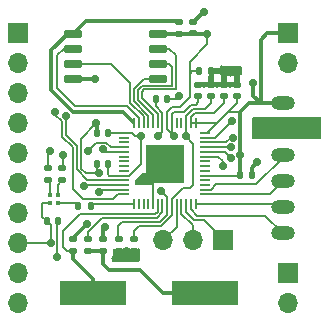
<source format=gbr>
%TF.GenerationSoftware,KiCad,Pcbnew,(6.0.10)*%
%TF.CreationDate,2023-03-03T22:40:34-05:00*%
%TF.ProjectId,module_board,6d6f6475-6c65-45f6-926f-6172642e6b69,rev?*%
%TF.SameCoordinates,Original*%
%TF.FileFunction,Copper,L1,Top*%
%TF.FilePolarity,Positive*%
%FSLAX46Y46*%
G04 Gerber Fmt 4.6, Leading zero omitted, Abs format (unit mm)*
G04 Created by KiCad (PCBNEW (6.0.10)) date 2023-03-03 22:40:34*
%MOMM*%
%LPD*%
G01*
G04 APERTURE LIST*
G04 Aperture macros list*
%AMRoundRect*
0 Rectangle with rounded corners*
0 $1 Rounding radius*
0 $2 $3 $4 $5 $6 $7 $8 $9 X,Y pos of 4 corners*
0 Add a 4 corners polygon primitive as box body*
4,1,4,$2,$3,$4,$5,$6,$7,$8,$9,$2,$3,0*
0 Add four circle primitives for the rounded corners*
1,1,$1+$1,$2,$3*
1,1,$1+$1,$4,$5*
1,1,$1+$1,$6,$7*
1,1,$1+$1,$8,$9*
0 Add four rect primitives between the rounded corners*
20,1,$1+$1,$2,$3,$4,$5,0*
20,1,$1+$1,$4,$5,$6,$7,0*
20,1,$1+$1,$6,$7,$8,$9,0*
20,1,$1+$1,$8,$9,$2,$3,0*%
G04 Aperture macros list end*
%TA.AperFunction,SMDPad,CuDef*%
%ADD10RoundRect,0.140000X-0.170000X0.140000X-0.170000X-0.140000X0.170000X-0.140000X0.170000X0.140000X0*%
%TD*%
%TA.AperFunction,SMDPad,CuDef*%
%ADD11RoundRect,0.140000X0.170000X-0.140000X0.170000X0.140000X-0.170000X0.140000X-0.170000X-0.140000X0*%
%TD*%
%TA.AperFunction,ComponentPad*%
%ADD12R,1.700000X1.700000*%
%TD*%
%TA.AperFunction,ComponentPad*%
%ADD13O,1.700000X1.700000*%
%TD*%
%TA.AperFunction,SMDPad,CuDef*%
%ADD14RoundRect,0.140000X-0.140000X-0.170000X0.140000X-0.170000X0.140000X0.170000X-0.140000X0.170000X0*%
%TD*%
%TA.AperFunction,SMDPad,CuDef*%
%ADD15RoundRect,0.135000X0.185000X-0.135000X0.185000X0.135000X-0.185000X0.135000X-0.185000X-0.135000X0*%
%TD*%
%TA.AperFunction,SMDPad,CuDef*%
%ADD16R,0.320000X0.320000*%
%TD*%
%TA.AperFunction,SMDPad,CuDef*%
%ADD17RoundRect,0.135000X-0.185000X0.135000X-0.185000X-0.135000X0.185000X-0.135000X0.185000X0.135000X0*%
%TD*%
%TA.AperFunction,SMDPad,CuDef*%
%ADD18RoundRect,0.140000X0.140000X0.170000X-0.140000X0.170000X-0.140000X-0.170000X0.140000X-0.170000X0*%
%TD*%
%TA.AperFunction,SMDPad,CuDef*%
%ADD19RoundRect,0.135000X0.135000X0.185000X-0.135000X0.185000X-0.135000X-0.185000X0.135000X-0.185000X0*%
%TD*%
%TA.AperFunction,SMDPad,CuDef*%
%ADD20R,5.600000X2.100000*%
%TD*%
%TA.AperFunction,SMDPad,CuDef*%
%ADD21RoundRect,0.050000X-0.387500X-0.050000X0.387500X-0.050000X0.387500X0.050000X-0.387500X0.050000X0*%
%TD*%
%TA.AperFunction,SMDPad,CuDef*%
%ADD22RoundRect,0.050000X-0.050000X-0.387500X0.050000X-0.387500X0.050000X0.387500X-0.050000X0.387500X0*%
%TD*%
%TA.AperFunction,SMDPad,CuDef*%
%ADD23R,3.200000X3.200000*%
%TD*%
%TA.AperFunction,ComponentPad*%
%ADD24O,2.000000X1.200000*%
%TD*%
%TA.AperFunction,SMDPad,CuDef*%
%ADD25RoundRect,0.150000X-0.650000X-0.150000X0.650000X-0.150000X0.650000X0.150000X-0.650000X0.150000X0*%
%TD*%
%TA.AperFunction,ViaPad*%
%ADD26C,0.700000*%
%TD*%
%TA.AperFunction,Conductor*%
%ADD27C,0.200000*%
%TD*%
%TA.AperFunction,Conductor*%
%ADD28C,0.300000*%
%TD*%
%TA.AperFunction,Conductor*%
%ADD29C,0.127000*%
%TD*%
G04 APERTURE END LIST*
D10*
%TO.P,C9,1*%
%TO.N,GND*%
X155800000Y-96020000D03*
%TO.P,C9,2*%
%TO.N,Net-(C9-Pad2)*%
X155800000Y-96980000D03*
%TD*%
D11*
%TO.P,C4,1*%
%TO.N,+3V3*%
X166000000Y-83880000D03*
%TO.P,C4,2*%
%TO.N,GND*%
X166000000Y-82920000D03*
%TD*%
%TO.P,C5,1*%
%TO.N,+3V3*%
X163800000Y-83880000D03*
%TO.P,C5,2*%
%TO.N,GND*%
X163800000Y-82920000D03*
%TD*%
D12*
%TO.P,J10,1,Pin_1*%
%TO.N,+3V3*%
X171420000Y-78570000D03*
D13*
%TO.P,J10,2,Pin_2*%
%TO.N,/GPIO29_ADC3*%
X171420000Y-81110000D03*
%TD*%
D10*
%TO.P,C8,1*%
%TO.N,GND*%
X153200000Y-96020000D03*
%TO.P,C8,2*%
%TO.N,/XTAL_IN*%
X153200000Y-96980000D03*
%TD*%
D14*
%TO.P,C6,1*%
%TO.N,+3V3*%
X163920000Y-81800000D03*
%TO.P,C6,2*%
%TO.N,GND*%
X164880000Y-81800000D03*
%TD*%
D15*
%TO.P,R3,1*%
%TO.N,Net-(C9-Pad2)*%
X154500000Y-97010000D03*
%TO.P,R3,2*%
%TO.N,/XTAL_OUT*%
X154500000Y-95990000D03*
%TD*%
D11*
%TO.P,C14,1*%
%TO.N,+3V3*%
X163400000Y-78580000D03*
%TO.P,C14,2*%
%TO.N,GND*%
X163400000Y-77620000D03*
%TD*%
D16*
%TO.P,D1,1,B*%
%TO.N,/LB*%
X151930000Y-92930000D03*
%TO.P,D1,2,G*%
%TO.N,/LG*%
X151930000Y-92270000D03*
%TO.P,D1,3,R*%
%TO.N,/LR*%
X151270000Y-92270000D03*
%TO.P,D1,4,A*%
%TO.N,+3V3*%
X151270000Y-92930000D03*
%TD*%
D12*
%TO.P,J2,1,Pin_1*%
%TO.N,/SPI1_RX*%
X148560000Y-78570000D03*
D13*
%TO.P,J2,2,Pin_2*%
%TO.N,/SPI1_TX*%
X148560000Y-81110000D03*
%TO.P,J2,3,Pin_3*%
%TO.N,GND*%
X148560000Y-83650000D03*
%TO.P,J2,4,Pin_4*%
%TO.N,/GPIO28_ADC2*%
X148560000Y-86190000D03*
%TO.P,J2,5,Pin_5*%
%TO.N,/GPIO27_ADC1*%
X148560000Y-88730000D03*
%TO.P,J2,6,Pin_6*%
%TO.N,/GPIO26_ADC0*%
X148560000Y-91270000D03*
%TO.P,J2,7,Pin_7*%
%TO.N,/GPIO25*%
X148560000Y-93810000D03*
%TO.P,J2,8,Pin_8*%
%TO.N,+3V3*%
X148560000Y-96350000D03*
%TO.P,J2,9,Pin_9*%
%TO.N,/SPI1_CS_IO9*%
X148560000Y-98890000D03*
%TO.P,J2,10,Pin_10*%
%TO.N,/SPI1_SCK*%
X148560000Y-101430000D03*
%TD*%
D17*
%TO.P,R4,1*%
%TO.N,/LED_R*%
X151100000Y-89990000D03*
%TO.P,R4,2*%
%TO.N,/LR*%
X151100000Y-91010000D03*
%TD*%
D11*
%TO.P,C13,1*%
%TO.N,+3V3*%
X167100000Y-83880000D03*
%TO.P,C13,2*%
%TO.N,GND*%
X167100000Y-82920000D03*
%TD*%
D10*
%TO.P,C12,1*%
%TO.N,+3V3*%
X157100000Y-96020000D03*
%TO.P,C12,2*%
%TO.N,GND*%
X157100000Y-96980000D03*
%TD*%
D12*
%TO.P,J9,1,Pin_1*%
%TO.N,GND*%
X171420000Y-98880000D03*
D13*
%TO.P,J9,2,Pin_2*%
X171420000Y-101420000D03*
%TD*%
D10*
%TO.P,C3,1*%
%TO.N,GND*%
X164900000Y-82920000D03*
%TO.P,C3,2*%
%TO.N,+1V1*%
X164900000Y-83880000D03*
%TD*%
D18*
%TO.P,C10,1*%
%TO.N,+3V3*%
X156180000Y-89600000D03*
%TO.P,C10,2*%
%TO.N,GND*%
X155220000Y-89600000D03*
%TD*%
D19*
%TO.P,R6,1*%
%TO.N,/LED_B*%
X154710000Y-93200000D03*
%TO.P,R6,2*%
%TO.N,/LB*%
X153690000Y-93200000D03*
%TD*%
D14*
%TO.P,C11,1*%
%TO.N,+3V3*%
X167400000Y-90606250D03*
%TO.P,C11,2*%
%TO.N,GND*%
X168360000Y-90606250D03*
%TD*%
D20*
%TO.P,Y1,1,1*%
%TO.N,Net-(C9-Pad2)*%
X164400000Y-100550000D03*
%TO.P,Y1,2,2*%
%TO.N,/XTAL_IN*%
X154900000Y-100550000D03*
%TD*%
D10*
%TO.P,C2,1*%
%TO.N,+1V1*%
X158400000Y-96020000D03*
%TO.P,C2,2*%
%TO.N,GND*%
X158400000Y-96980000D03*
%TD*%
D17*
%TO.P,R2,1*%
%TO.N,/QSPI_NSS*%
X162200000Y-77590000D03*
%TO.P,R2,2*%
%TO.N,+3V3*%
X162200000Y-78610000D03*
%TD*%
D14*
%TO.P,C15,1*%
%TO.N,+3V3*%
X151020000Y-94500000D03*
%TO.P,C15,2*%
%TO.N,GND*%
X151980000Y-94500000D03*
%TD*%
D12*
%TO.P,J1,1,Pin_1*%
%TO.N,/RESET_N*%
X165925000Y-96100000D03*
D13*
%TO.P,J1,2,Pin_2*%
%TO.N,/SWDIO*%
X163385000Y-96100000D03*
%TO.P,J1,3,Pin_3*%
%TO.N,/SWCLK*%
X160845000Y-96100000D03*
%TD*%
D21*
%TO.P,U1,1,IOVDD*%
%TO.N,+3V3*%
X157562500Y-87012500D03*
%TO.P,U1,2,GPIO0*%
%TO.N,/GPIO0*%
X157562500Y-87412500D03*
%TO.P,U1,3,GPIO1*%
%TO.N,/GPIO1*%
X157562500Y-87812500D03*
%TO.P,U1,4,GPIO2*%
%TO.N,/LED_R*%
X157562500Y-88212500D03*
%TO.P,U1,5,GPIO3*%
%TO.N,/LED_G*%
X157562500Y-88612500D03*
%TO.P,U1,6,GPIO4*%
%TO.N,/GPIO4*%
X157562500Y-89012500D03*
%TO.P,U1,7,GPIO5*%
%TO.N,/GPIO5*%
X157562500Y-89412500D03*
%TO.P,U1,8,GPIO6*%
%TO.N,/GPIO6*%
X157562500Y-89812500D03*
%TO.P,U1,9,GPIO7*%
%TO.N,/GPIO7*%
X157562500Y-90212500D03*
%TO.P,U1,10,IOVDD*%
%TO.N,+3V3*%
X157562500Y-90612500D03*
%TO.P,U1,11,GPIO8*%
%TO.N,/SPI1_RX*%
X157562500Y-91012500D03*
%TO.P,U1,12,GPIO9*%
%TO.N,/SPI1_CS_IO9*%
X157562500Y-91412500D03*
%TO.P,U1,13,GPIO10*%
%TO.N,/SPI1_SCK*%
X157562500Y-91812500D03*
%TO.P,U1,14,GPIO11*%
%TO.N,/SPI1_TX*%
X157562500Y-92212500D03*
D22*
%TO.P,U1,15,GPIO12*%
%TO.N,/LED_B*%
X158400000Y-93050000D03*
%TO.P,U1,16,GPIO13*%
%TO.N,/GPIO13*%
X158800000Y-93050000D03*
%TO.P,U1,17,GPIO14*%
%TO.N,/GPIO14*%
X159200000Y-93050000D03*
%TO.P,U1,18,GPIO15*%
%TO.N,/GPIO15*%
X159600000Y-93050000D03*
%TO.P,U1,19,TESTEN*%
%TO.N,GND*%
X160000000Y-93050000D03*
%TO.P,U1,20,XIN*%
%TO.N,/XTAL_IN*%
X160400000Y-93050000D03*
%TO.P,U1,21,XOUT*%
%TO.N,/XTAL_OUT*%
X160800000Y-93050000D03*
%TO.P,U1,22,IOVDD*%
%TO.N,+3V3*%
X161200000Y-93050000D03*
%TO.P,U1,23,DVDD*%
%TO.N,+1V1*%
X161600000Y-93050000D03*
%TO.P,U1,24,SWCLK*%
%TO.N,/SWCLK*%
X162000000Y-93050000D03*
%TO.P,U1,25,SWD*%
%TO.N,/SWDIO*%
X162400000Y-93050000D03*
%TO.P,U1,26,RUN*%
%TO.N,/RESET_N*%
X162800000Y-93050000D03*
%TO.P,U1,27,GPIO16*%
%TO.N,/RX*%
X163200000Y-93050000D03*
%TO.P,U1,28,GPIO17*%
%TO.N,/CS*%
X163600000Y-93050000D03*
D21*
%TO.P,U1,29,GPIO18*%
%TO.N,/SCLK*%
X164437500Y-92212500D03*
%TO.P,U1,30,GPIO19*%
%TO.N,/TX*%
X164437500Y-91812500D03*
%TO.P,U1,31,GPIO20*%
%TO.N,/GPIO20*%
X164437500Y-91412500D03*
%TO.P,U1,32,GPIO21*%
%TO.N,/GPIO21*%
X164437500Y-91012500D03*
%TO.P,U1,33,IOVDD*%
%TO.N,+3V3*%
X164437500Y-90612500D03*
%TO.P,U1,34,GPIO22*%
%TO.N,/GPIO22*%
X164437500Y-90212500D03*
%TO.P,U1,35,GPIO23*%
%TO.N,/GPIO23*%
X164437500Y-89812500D03*
%TO.P,U1,36,GPIO24*%
%TO.N,/GPIO24*%
X164437500Y-89412500D03*
%TO.P,U1,37,GPIO25*%
%TO.N,/GPIO25*%
X164437500Y-89012500D03*
%TO.P,U1,38,GPIO26_ADC0*%
%TO.N,/GPIO26_ADC0*%
X164437500Y-88612500D03*
%TO.P,U1,39,GPIO27_ADC1*%
%TO.N,/GPIO27_ADC1*%
X164437500Y-88212500D03*
%TO.P,U1,40,GPIO28_ADC2*%
%TO.N,/GPIO28_ADC2*%
X164437500Y-87812500D03*
%TO.P,U1,41,GPIO29_ADC3*%
%TO.N,/GPIO29_ADC3*%
X164437500Y-87412500D03*
%TO.P,U1,42,IOVDD*%
%TO.N,+3V3*%
X164437500Y-87012500D03*
D22*
%TO.P,U1,43,ADC_AVDD*%
X163600000Y-86175000D03*
%TO.P,U1,44,VREG_IN*%
X163200000Y-86175000D03*
%TO.P,U1,45,VREG_VOUT*%
%TO.N,+1V1*%
X162800000Y-86175000D03*
%TO.P,U1,46,USB_DM*%
%TO.N,unconnected-(U1-Pad46)*%
X162400000Y-86175000D03*
%TO.P,U1,47,USB_DP*%
%TO.N,unconnected-(U1-Pad47)*%
X162000000Y-86175000D03*
%TO.P,U1,48,USB_VDD*%
%TO.N,+3V3*%
X161600000Y-86175000D03*
%TO.P,U1,49,IOVDD*%
X161200000Y-86175000D03*
%TO.P,U1,50,DVDD*%
%TO.N,+1V1*%
X160800000Y-86175000D03*
%TO.P,U1,51,QSPI_SD3*%
%TO.N,/QSPI_SD3*%
X160400000Y-86175000D03*
%TO.P,U1,52,QSPI_SCLK*%
%TO.N,/QSPI_SCLK*%
X160000000Y-86175000D03*
%TO.P,U1,53,QSPI_SD0*%
%TO.N,/QSPI_SD0*%
X159600000Y-86175000D03*
%TO.P,U1,54,QSPI_SD2*%
%TO.N,/QSPI_SD2*%
X159200000Y-86175000D03*
%TO.P,U1,55,QSPI_SD1*%
%TO.N,/QSPI_SD1*%
X158800000Y-86175000D03*
%TO.P,U1,56,QSPI_SS*%
%TO.N,/QSPI_NSS*%
X158400000Y-86175000D03*
D23*
%TO.P,U1,57,GND*%
%TO.N,GND*%
X161000000Y-89612500D03*
%TD*%
D24*
%TO.P,J5,1,Pin_1*%
%TO.N,+3V3*%
X171000000Y-84500000D03*
%TO.P,J5,2,Pin_2*%
%TO.N,GND*%
X171000000Y-86700000D03*
%TO.P,J5,3,Pin_3*%
%TO.N,/TX*%
X171000000Y-88900000D03*
%TO.P,J5,4,Pin_4*%
%TO.N,/SCLK*%
X171000000Y-91100000D03*
%TO.P,J5,5,Pin_5*%
%TO.N,/CS*%
X171000000Y-93300000D03*
%TO.P,J5,6,Pin_6*%
%TO.N,/RX*%
X171000000Y-95500000D03*
%TD*%
D14*
%TO.P,C1,1*%
%TO.N,+1V1*%
X160220000Y-84100000D03*
%TO.P,C1,2*%
%TO.N,GND*%
X161180000Y-84100000D03*
%TD*%
D25*
%TO.P,U2,1,~{CS}*%
%TO.N,/QSPI_NSS*%
X153200000Y-78595000D03*
%TO.P,U2,2,DO(IO1)*%
%TO.N,/QSPI_SD1*%
X153200000Y-79865000D03*
%TO.P,U2,3,IO2*%
%TO.N,/QSPI_SD2*%
X153200000Y-81135000D03*
%TO.P,U2,4,GND*%
%TO.N,GND*%
X153200000Y-82405000D03*
%TO.P,U2,5,DI(IO0)*%
%TO.N,/QSPI_SD0*%
X160400000Y-82405000D03*
%TO.P,U2,6,CLK*%
%TO.N,/QSPI_SCLK*%
X160400000Y-81135000D03*
%TO.P,U2,7,IO3*%
%TO.N,/QSPI_SD3*%
X160400000Y-79865000D03*
%TO.P,U2,8,VCC*%
%TO.N,+3V3*%
X160400000Y-78595000D03*
%TD*%
D17*
%TO.P,R5,1*%
%TO.N,/LED_G*%
X152300000Y-89990000D03*
%TO.P,R5,2*%
%TO.N,/LG*%
X152300000Y-91010000D03*
%TD*%
D18*
%TO.P,C7,1*%
%TO.N,+3V3*%
X156180000Y-87050000D03*
%TO.P,C7,2*%
%TO.N,GND*%
X155220000Y-87050000D03*
%TD*%
D26*
%TO.N,+3V3*%
X161800000Y-87300000D03*
X164600000Y-78600000D03*
X159000000Y-87300000D03*
X168500000Y-82800000D03*
X167401825Y-88899544D03*
X151350000Y-96350000D03*
X160699500Y-91900000D03*
%TO.N,GND*%
X169000000Y-87100000D03*
X173800000Y-86100000D03*
X157700000Y-97600000D03*
X151900000Y-97500000D03*
X168800000Y-89500000D03*
X172900000Y-86100000D03*
X155200000Y-86200000D03*
X158890000Y-91090000D03*
X166000000Y-81700000D03*
X164280000Y-76750000D03*
X167000000Y-81700000D03*
X155400000Y-90436000D03*
X173800000Y-87100000D03*
X169000000Y-86100000D03*
X154387352Y-94687352D03*
X162200000Y-83900000D03*
X172900000Y-87100000D03*
X155100000Y-82400000D03*
X155900000Y-95000000D03*
%TO.N,+1V1*%
X160400000Y-87300000D03*
X162800000Y-87300000D03*
%TO.N,/SPI1_CS_IO9*%
X154124876Y-91496916D03*
%TO.N,/SPI1_SCK*%
X155456086Y-91989000D03*
%TO.N,/SPI1_RX*%
X152656997Y-85543003D03*
%TO.N,/SPI1_TX*%
X151742352Y-85257648D03*
%TO.N,/GPIO25*%
X165900000Y-89800000D03*
%TO.N,/GPIO26_ADC0*%
X166600000Y-89100000D03*
%TO.N,/GPIO27_ADC1*%
X166600000Y-88200000D03*
%TO.N,/GPIO28_ADC2*%
X166773500Y-87391914D03*
%TO.N,/GPIO29_ADC3*%
X166700000Y-86000000D03*
%TO.N,/LED_R*%
X154500000Y-88500000D03*
X151300000Y-88500000D03*
%TO.N,/LED_G*%
X155800000Y-88403500D03*
X152400000Y-88900000D03*
%TD*%
D27*
%TO.N,+3V3*%
X161200000Y-92400500D02*
X161200000Y-93050000D01*
X157991737Y-90612500D02*
X159000000Y-89604237D01*
X161200000Y-86175000D02*
X161200000Y-85200000D01*
X161600000Y-86175000D02*
X161600000Y-85400000D01*
X162600000Y-85200000D02*
X163200000Y-84600000D01*
D28*
X162210000Y-78600000D02*
X162200000Y-78610000D01*
D29*
X150600000Y-92900000D02*
X150600000Y-94080000D01*
D27*
X163200000Y-86175000D02*
X163200000Y-85642448D01*
X162300000Y-84800000D02*
X163100000Y-84000000D01*
X161600000Y-87100000D02*
X161800000Y-87300000D01*
X157562500Y-90612500D02*
X157991737Y-90612500D01*
D28*
X164600000Y-78600000D02*
X162210000Y-78600000D01*
D27*
X156217500Y-87012500D02*
X156180000Y-87050000D01*
X166400000Y-85200000D02*
X167400000Y-85200000D01*
D29*
X150600000Y-94080000D02*
X151020000Y-94500000D01*
D27*
X162200000Y-78610000D02*
X163370000Y-78610000D01*
D28*
X169630000Y-78570000D02*
X171420000Y-78570000D01*
X167400000Y-85600000D02*
X167400000Y-86300000D01*
D27*
X164587500Y-87012500D02*
X165425000Y-86175000D01*
X158212500Y-87012500D02*
X158500000Y-87300000D01*
X156180000Y-90480000D02*
X156312500Y-90612500D01*
X157366000Y-94554000D02*
X160577372Y-94554000D01*
X163200000Y-86175000D02*
X163600000Y-86175000D01*
D28*
X168500000Y-82800000D02*
X168500000Y-83900000D01*
D27*
X156312500Y-90612500D02*
X157562500Y-90612500D01*
X161600000Y-86175000D02*
X161600000Y-87100000D01*
X165200000Y-85300000D02*
X166000000Y-84500000D01*
X151350000Y-96350000D02*
X151350000Y-94830000D01*
X166350000Y-85250000D02*
X167100000Y-84500000D01*
X164437500Y-90612500D02*
X167393750Y-90612500D01*
X163600000Y-86175000D02*
X165425000Y-86175000D01*
X157562500Y-87012500D02*
X158212500Y-87012500D01*
D28*
X168500000Y-83900000D02*
X169100000Y-84500000D01*
X167400000Y-86300000D02*
X167400000Y-86993750D01*
D27*
X160699500Y-91900000D02*
X161200000Y-92400500D01*
X151350000Y-94830000D02*
X151020000Y-94500000D01*
X163100000Y-81000000D02*
X164600000Y-79500000D01*
X157562500Y-87012500D02*
X156217500Y-87012500D01*
X159000000Y-89604237D02*
X159000000Y-87300000D01*
X163200000Y-85642448D02*
X163542448Y-85300000D01*
X163600000Y-84600000D02*
X163800000Y-84400000D01*
X160577372Y-94554000D02*
X161200000Y-93931372D01*
X163300000Y-81800000D02*
X163920000Y-81800000D01*
X163370000Y-78610000D02*
X163400000Y-78580000D01*
D28*
X169100000Y-84500000D02*
X170000000Y-84500000D01*
D27*
X157000000Y-94920000D02*
X157366000Y-94554000D01*
X165425000Y-86175000D02*
X166350000Y-85250000D01*
X163100000Y-82200000D02*
X163100000Y-82000000D01*
X163100000Y-82200000D02*
X163100000Y-81000000D01*
X161200000Y-85200000D02*
X161600000Y-84800000D01*
X163100000Y-82000000D02*
X163300000Y-81800000D01*
D28*
X171000000Y-84500000D02*
X170000000Y-84500000D01*
D27*
X166350000Y-85250000D02*
X166400000Y-85200000D01*
D28*
X170000000Y-84500000D02*
X168100000Y-84500000D01*
D27*
X161200000Y-93931372D02*
X161200000Y-93050000D01*
D29*
X151270000Y-92930000D02*
X151240000Y-92900000D01*
D27*
X164600000Y-79500000D02*
X164600000Y-78600000D01*
X163542448Y-85300000D02*
X165200000Y-85300000D01*
D28*
X169100000Y-79100000D02*
X169630000Y-78570000D01*
D27*
X161800000Y-85200000D02*
X162600000Y-85200000D01*
X161800000Y-87300000D02*
X161200000Y-86700000D01*
X164437500Y-87012500D02*
X164587500Y-87012500D01*
X167100000Y-84500000D02*
X167100000Y-83880000D01*
X166000000Y-84500000D02*
X166000000Y-83880000D01*
X161600000Y-84800000D02*
X162300000Y-84800000D01*
D29*
X151240000Y-92900000D02*
X150600000Y-92900000D01*
D27*
X151350000Y-96350000D02*
X148560000Y-96350000D01*
X156180000Y-89600000D02*
X156180000Y-90480000D01*
D28*
X169100000Y-84500000D02*
X169100000Y-79100000D01*
D27*
X157000000Y-96020000D02*
X157000000Y-94920000D01*
X158500000Y-87300000D02*
X159000000Y-87300000D01*
D28*
X167400000Y-90606250D02*
X167400000Y-86993750D01*
D27*
X161600000Y-85400000D02*
X161800000Y-85200000D01*
X163200000Y-84600000D02*
X163600000Y-84600000D01*
D28*
X168100000Y-84500000D02*
X167400000Y-85200000D01*
D27*
X163800000Y-84400000D02*
X163800000Y-83880000D01*
D28*
X160400000Y-78595000D02*
X162185000Y-78595000D01*
D27*
X161200000Y-86700000D02*
X161200000Y-86175000D01*
D28*
X167400000Y-85200000D02*
X167400000Y-85600000D01*
X162185000Y-78595000D02*
X162200000Y-78610000D01*
D27*
X163100000Y-84000000D02*
X163100000Y-82200000D01*
D29*
%TO.N,/LB*%
X153420000Y-92930000D02*
X151930000Y-92930000D01*
X153690000Y-93200000D02*
X153420000Y-92930000D01*
%TO.N,/LG*%
X151930000Y-91380000D02*
X151930000Y-92270000D01*
X152300000Y-91010000D02*
X151930000Y-91380000D01*
%TO.N,/LR*%
X151100000Y-91010000D02*
X151270000Y-91180000D01*
X151270000Y-91180000D02*
X151270000Y-92270000D01*
D28*
%TO.N,GND*%
X154387352Y-94687352D02*
X153200000Y-95874704D01*
X168360000Y-90606250D02*
X168360000Y-89940000D01*
D27*
X154336000Y-90436000D02*
X153923000Y-90023000D01*
X161180000Y-84100000D02*
X162000000Y-84100000D01*
D28*
X155095000Y-82405000D02*
X155100000Y-82400000D01*
X155220000Y-87050000D02*
X155220000Y-86220000D01*
D29*
X151980000Y-94500000D02*
X151900000Y-94580000D01*
D27*
X160000000Y-90612500D02*
X160406250Y-90206250D01*
D28*
X153200000Y-95874704D02*
X153200000Y-96020000D01*
D27*
X153923000Y-90023000D02*
X153923000Y-87477000D01*
X155400000Y-90436000D02*
X155220000Y-90256000D01*
X155400000Y-90436000D02*
X154336000Y-90436000D01*
D28*
X163410000Y-77620000D02*
X163400000Y-77620000D01*
D27*
X160406250Y-90206250D02*
X161000000Y-89612500D01*
X160000000Y-93050000D02*
X160000000Y-90612500D01*
X155220000Y-90256000D02*
X155220000Y-89600000D01*
D28*
X155800000Y-96020000D02*
X155800000Y-95100000D01*
X164280000Y-76750000D02*
X163410000Y-77620000D01*
D27*
X162000000Y-84100000D02*
X162200000Y-83900000D01*
D28*
X168360000Y-89940000D02*
X168800000Y-89500000D01*
D29*
X151900000Y-94580000D02*
X151900000Y-97500000D01*
D28*
X153200000Y-82405000D02*
X155095000Y-82405000D01*
X155220000Y-86220000D02*
X155200000Y-86200000D01*
D27*
X153923000Y-87477000D02*
X155200000Y-86200000D01*
D28*
X155800000Y-95100000D02*
X155900000Y-95000000D01*
D27*
%TO.N,/XTAL_IN*%
X160160000Y-93900000D02*
X160400000Y-93660000D01*
X152680000Y-96980000D02*
X152400000Y-96700000D01*
X160400000Y-93660000D02*
X160400000Y-93050000D01*
X152400000Y-96700000D02*
X152400000Y-95300000D01*
X152400000Y-95300000D02*
X153800000Y-93900000D01*
D28*
X154900000Y-99400000D02*
X154900000Y-100550000D01*
X153200000Y-96980000D02*
X153200000Y-97700000D01*
D27*
X153200000Y-96980000D02*
X152680000Y-96980000D01*
D28*
X153200000Y-97700000D02*
X154900000Y-99400000D01*
D27*
X153800000Y-93900000D02*
X160160000Y-93900000D01*
%TO.N,/XTAL_OUT*%
X160800000Y-93050000D02*
X160800000Y-93722448D01*
X155663000Y-94227000D02*
X154500000Y-95390000D01*
X160800000Y-93722448D02*
X160295448Y-94227000D01*
X154500000Y-95390000D02*
X154500000Y-95990000D01*
X160295448Y-94227000D02*
X155663000Y-94227000D01*
%TO.N,+1V1*%
X163400000Y-87900000D02*
X162800000Y-87300000D01*
X162800000Y-86175000D02*
X162800000Y-85580000D01*
X163400000Y-91400000D02*
X163400000Y-87900000D01*
X164400000Y-84973000D02*
X164900000Y-84473000D01*
X158400000Y-95300000D02*
X158400000Y-96020000D01*
X160800000Y-86175000D02*
X160800000Y-85300000D01*
X161600000Y-93993820D02*
X160712820Y-94881000D01*
X163407000Y-84973000D02*
X164400000Y-84973000D01*
X160800000Y-86175000D02*
X160800000Y-86900000D01*
X162800000Y-87300000D02*
X162800000Y-86175000D01*
X161600000Y-93050000D02*
X161600000Y-93993820D01*
X162540763Y-91680000D02*
X163120000Y-91680000D01*
X161600000Y-93050000D02*
X161600000Y-92620763D01*
X160800000Y-85300000D02*
X160220000Y-84720000D01*
X163120000Y-91680000D02*
X163400000Y-91400000D01*
X162800000Y-85580000D02*
X163407000Y-84973000D01*
X164900000Y-84473000D02*
X164900000Y-83880000D01*
X160220000Y-84720000D02*
X160220000Y-84100000D01*
X160800000Y-86900000D02*
X160400000Y-87300000D01*
X161600000Y-92620763D02*
X162540763Y-91680000D01*
X158819000Y-94881000D02*
X158400000Y-95300000D01*
X160712820Y-94881000D02*
X158819000Y-94881000D01*
%TO.N,/SWCLK*%
X162000000Y-94945000D02*
X160845000Y-96100000D01*
X162000000Y-93050000D02*
X162000000Y-94945000D01*
%TO.N,/SWDIO*%
X163360000Y-94822448D02*
X163360000Y-96000000D01*
X162400000Y-93050000D02*
X162400000Y-93862448D01*
X162400000Y-93862448D02*
X163360000Y-94822448D01*
%TO.N,/RESET_N*%
X164300000Y-94400000D02*
X165900000Y-96000000D01*
X162800000Y-93690000D02*
X163510000Y-94400000D01*
X162800000Y-93050000D02*
X162800000Y-93690000D01*
X163510000Y-94400000D02*
X164300000Y-94400000D01*
%TO.N,/SPI1_CS_IO9*%
X154124876Y-91496916D02*
X154209292Y-91412500D01*
X154209292Y-91412500D02*
X157562500Y-91412500D01*
%TO.N,/SPI1_SCK*%
X155537500Y-91812500D02*
X157562500Y-91812500D01*
X155456086Y-91989000D02*
X155456086Y-91893914D01*
X155456086Y-91893914D02*
X155537500Y-91812500D01*
%TO.N,/SPI1_RX*%
X153527000Y-90089448D02*
X154450052Y-91012500D01*
X153527000Y-88078546D02*
X153527000Y-90089448D01*
X152656997Y-87208543D02*
X153527000Y-88078546D01*
X152656997Y-85543003D02*
X152656997Y-87208543D01*
X154450052Y-91012500D02*
X157562500Y-91012500D01*
%TO.N,/SPI1_TX*%
X157000000Y-92200000D02*
X157550000Y-92200000D01*
X153200000Y-91730000D02*
X154070000Y-92600000D01*
X154070000Y-92600000D02*
X156600000Y-92600000D01*
X152329997Y-87343991D02*
X153200000Y-88213994D01*
X152329997Y-86032005D02*
X152329997Y-87343991D01*
X157550000Y-92200000D02*
X157562500Y-92212500D01*
X153200000Y-88213994D02*
X153200000Y-91730000D01*
X151742352Y-85257648D02*
X151742352Y-85444360D01*
X151742352Y-85444360D02*
X152329997Y-86032005D01*
X156600000Y-92600000D02*
X157000000Y-92200000D01*
%TO.N,/GPIO25*%
X165512500Y-89012500D02*
X165900000Y-89400000D01*
X165900000Y-89400000D02*
X165900000Y-89800000D01*
X164437500Y-89012500D02*
X165512500Y-89012500D01*
%TO.N,/GPIO26_ADC0*%
X166112500Y-88612500D02*
X164437500Y-88612500D01*
X166600000Y-89100000D02*
X166112500Y-88612500D01*
%TO.N,/GPIO27_ADC1*%
X166600000Y-88200000D02*
X166587500Y-88212500D01*
X166587500Y-88212500D02*
X164437500Y-88212500D01*
%TO.N,/GPIO28_ADC2*%
X166171498Y-87812500D02*
X164437500Y-87812500D01*
X166773500Y-87391914D02*
X166592084Y-87391914D01*
X166592084Y-87391914D02*
X166171498Y-87812500D01*
%TO.N,/GPIO29_ADC3*%
X165287500Y-87412500D02*
X166700000Y-86000000D01*
X164437500Y-87412500D02*
X165287500Y-87412500D01*
%TO.N,/QSPI_SD3*%
X160400000Y-86175000D02*
X160400000Y-85412656D01*
X159027000Y-84039656D02*
X159027000Y-83573000D01*
X160400000Y-85412656D02*
X159027000Y-84039656D01*
X159273000Y-83327000D02*
X161918552Y-83327000D01*
X161365000Y-79865000D02*
X160400000Y-79865000D01*
X161918552Y-83327000D02*
X161927000Y-83318552D01*
X161927000Y-80427000D02*
X161365000Y-79865000D01*
X161927000Y-83318552D02*
X161927000Y-80427000D01*
X159027000Y-83573000D02*
X159273000Y-83327000D01*
%TO.N,/QSPI_SCLK*%
X160000000Y-85475104D02*
X158700000Y-84175104D01*
X161600000Y-83000000D02*
X161600000Y-81400000D01*
X161335000Y-81135000D02*
X160400000Y-81135000D01*
X159100000Y-83000000D02*
X161600000Y-83000000D01*
X158700000Y-83400000D02*
X159100000Y-83000000D01*
X160000000Y-86175000D02*
X160000000Y-85475104D01*
X161600000Y-81400000D02*
X161335000Y-81135000D01*
X158700000Y-84175104D02*
X158700000Y-83400000D01*
%TO.N,/QSPI_SD0*%
X159232552Y-82405000D02*
X160400000Y-82405000D01*
X159600000Y-86175000D02*
X159600000Y-85537552D01*
X158373000Y-84310552D02*
X158373000Y-83264552D01*
X159600000Y-85537552D02*
X158373000Y-84310552D01*
X158373000Y-83264552D02*
X159232552Y-82405000D01*
%TO.N,/QSPI_SD2*%
X159200000Y-86175000D02*
X159200000Y-85600000D01*
X158046000Y-82746000D02*
X156435000Y-81135000D01*
X159200000Y-85600000D02*
X158046000Y-84446000D01*
X156435000Y-81135000D02*
X153200000Y-81135000D01*
X158046000Y-84446000D02*
X158046000Y-82746000D01*
%TO.N,/QSPI_SD1*%
X151900000Y-80400000D02*
X151900000Y-83200000D01*
X152435000Y-79865000D02*
X151900000Y-80400000D01*
X158800000Y-85700000D02*
X158800000Y-86175000D01*
X153400000Y-84700000D02*
X157800000Y-84700000D01*
X157800000Y-84700000D02*
X158800000Y-85700000D01*
X153200000Y-79865000D02*
X152435000Y-79865000D01*
X151900000Y-83200000D02*
X153400000Y-84700000D01*
D28*
%TO.N,/QSPI_NSS*%
X153200000Y-78595000D02*
X152595000Y-78595000D01*
X162110000Y-77500000D02*
X154295000Y-77500000D01*
X162200000Y-77590000D02*
X162110000Y-77500000D01*
X153200000Y-85200000D02*
X151400000Y-83400000D01*
X157425000Y-85200000D02*
X153200000Y-85200000D01*
X158325000Y-86100000D02*
X157425000Y-85200000D01*
X154295000Y-77500000D02*
X153200000Y-78595000D01*
X151400000Y-80000000D02*
X152805000Y-78595000D01*
X151400000Y-83400000D02*
X151400000Y-80000000D01*
X152805000Y-78595000D02*
X153200000Y-78595000D01*
%TO.N,Net-(C9-Pad2)*%
X164400000Y-100550000D02*
X160870000Y-100550000D01*
X160870000Y-100550000D02*
X158920000Y-98600000D01*
X155800000Y-98100000D02*
X155800000Y-96980000D01*
X155800000Y-96980000D02*
X154430000Y-96980000D01*
X158920000Y-98600000D02*
X156300000Y-98600000D01*
X156300000Y-98600000D02*
X155800000Y-98100000D01*
D27*
%TO.N,/LED_R*%
X155173500Y-87826500D02*
X154500000Y-88500000D01*
X156039002Y-87826500D02*
X155173500Y-87826500D01*
D29*
X151100000Y-88700000D02*
X151100000Y-89990000D01*
D27*
X156425002Y-88212500D02*
X156039002Y-87826500D01*
X157562500Y-88212500D02*
X156425002Y-88212500D01*
D29*
X151300000Y-88500000D02*
X151100000Y-88700000D01*
D27*
%TO.N,/CS*%
X163650000Y-93000000D02*
X170700000Y-93000000D01*
X163600000Y-93050000D02*
X163650000Y-93000000D01*
X170700000Y-93000000D02*
X171000000Y-93300000D01*
%TO.N,/SCLK*%
X164437500Y-92212500D02*
X164450000Y-92200000D01*
X164450000Y-92200000D02*
X169900000Y-92200000D01*
X169900000Y-92200000D02*
X171000000Y-91100000D01*
%TO.N,/RX*%
X169500000Y-94000000D02*
X171000000Y-95500000D01*
X163200000Y-93050000D02*
X163200000Y-93479237D01*
X163200000Y-93479237D02*
X163720763Y-94000000D01*
X163720763Y-94000000D02*
X169500000Y-94000000D01*
%TO.N,/TX*%
X164866737Y-91812500D02*
X165309237Y-91370000D01*
X171000000Y-89100000D02*
X171000000Y-88900000D01*
X165309237Y-91370000D02*
X168730000Y-91370000D01*
X164437500Y-91812500D02*
X164866737Y-91812500D01*
X168730000Y-91370000D02*
X171000000Y-89100000D01*
%TO.N,/LED_G*%
X157562500Y-88612500D02*
X156009000Y-88612500D01*
D29*
X152400000Y-88900000D02*
X152400000Y-89890000D01*
D27*
X156009000Y-88612500D02*
X155800000Y-88403500D01*
D29*
X152400000Y-89890000D02*
X152300000Y-89990000D01*
%TO.N,/LED_B*%
X158400000Y-93050000D02*
X154860000Y-93050000D01*
X154860000Y-93050000D02*
X154710000Y-93200000D01*
%TD*%
%TA.AperFunction,Conductor*%
%TO.N,GND*%
G36*
X157808478Y-96661518D02*
G01*
X157825053Y-96672170D01*
X157829371Y-96676488D01*
X157970403Y-96759894D01*
X157978014Y-96762105D01*
X157978016Y-96762106D01*
X158020733Y-96774516D01*
X158127746Y-96805606D01*
X158134151Y-96806110D01*
X158134156Y-96806111D01*
X158162060Y-96808307D01*
X158162068Y-96808307D01*
X158164516Y-96808500D01*
X158635484Y-96808500D01*
X158637932Y-96808307D01*
X158637940Y-96808307D01*
X158665844Y-96806111D01*
X158665849Y-96806110D01*
X158672254Y-96805606D01*
X158738847Y-96786259D01*
X158809844Y-96786462D01*
X158869460Y-96825016D01*
X158898768Y-96889681D01*
X158900000Y-96907256D01*
X158900000Y-97774000D01*
X158879998Y-97842121D01*
X158826342Y-97888614D01*
X158774000Y-97900000D01*
X156615066Y-97900000D01*
X156546945Y-97879998D01*
X156500452Y-97826342D01*
X156489583Y-97785407D01*
X156471991Y-97591894D01*
X156489020Y-97516348D01*
X156565859Y-97386420D01*
X156565859Y-97386419D01*
X156569894Y-97379597D01*
X156615606Y-97222254D01*
X156618500Y-97185484D01*
X156618500Y-96912631D01*
X156638502Y-96844510D01*
X156692158Y-96798017D01*
X156762432Y-96787913D01*
X156779652Y-96791634D01*
X156821566Y-96803811D01*
X156821570Y-96803812D01*
X156827746Y-96805606D01*
X156834151Y-96806110D01*
X156834156Y-96806111D01*
X156862060Y-96808307D01*
X156862068Y-96808307D01*
X156864516Y-96808500D01*
X157335484Y-96808500D01*
X157337932Y-96808307D01*
X157337940Y-96808307D01*
X157365844Y-96806111D01*
X157365849Y-96806110D01*
X157372254Y-96805606D01*
X157479267Y-96774516D01*
X157521984Y-96762106D01*
X157521986Y-96762105D01*
X157529597Y-96759894D01*
X157670629Y-96676488D01*
X157674051Y-96673066D01*
X157738855Y-96647620D01*
X157808478Y-96661518D01*
G37*
%TD.AperFunction*%
%TD*%
%TA.AperFunction,Conductor*%
%TO.N,GND*%
G36*
X159974109Y-90399891D02*
G01*
X160042213Y-90419952D01*
X160088659Y-90473648D01*
X160100000Y-90525891D01*
X160100000Y-91234438D01*
X160079998Y-91302559D01*
X160067642Y-91318742D01*
X160032012Y-91358312D01*
X159971568Y-91395550D01*
X159938378Y-91400000D01*
X158629960Y-91400000D01*
X158561839Y-91379998D01*
X158515346Y-91326342D01*
X158504873Y-91289137D01*
X158497478Y-91228027D01*
X158500339Y-91227681D01*
X158500339Y-91197319D01*
X158497478Y-91196973D01*
X158508044Y-91109657D01*
X158508500Y-91105892D01*
X158508500Y-91008476D01*
X158528502Y-90940355D01*
X158545405Y-90919381D01*
X159028732Y-90436054D01*
X159091044Y-90402028D01*
X159117936Y-90399149D01*
X159974109Y-90399891D01*
G37*
%TD.AperFunction*%
%TD*%
%TA.AperFunction,Conductor*%
%TO.N,GND*%
G36*
X174192121Y-85670002D02*
G01*
X174238614Y-85723658D01*
X174250000Y-85776000D01*
X174250000Y-87424000D01*
X174229998Y-87492121D01*
X174176342Y-87538614D01*
X174124000Y-87550000D01*
X168526000Y-87550000D01*
X168457879Y-87529998D01*
X168411386Y-87476342D01*
X168400000Y-87424000D01*
X168400000Y-85776000D01*
X168420002Y-85707879D01*
X168473658Y-85661386D01*
X168526000Y-85650000D01*
X174124000Y-85650000D01*
X174192121Y-85670002D01*
G37*
%TD.AperFunction*%
%TD*%
%TA.AperFunction,Conductor*%
%TO.N,GND*%
G36*
X165824635Y-81295290D02*
G01*
X165900000Y-81300000D01*
X167374000Y-81300000D01*
X167442121Y-81320002D01*
X167488614Y-81373658D01*
X167500000Y-81426000D01*
X167500000Y-82008645D01*
X167479998Y-82076766D01*
X167426342Y-82123259D01*
X167389498Y-82129771D01*
X167389789Y-82131157D01*
X167356969Y-82138052D01*
X167354000Y-82149513D01*
X167354000Y-82965500D01*
X167333998Y-83033621D01*
X167280342Y-83080114D01*
X167228000Y-83091500D01*
X166864516Y-83091500D01*
X166862068Y-83091693D01*
X166862060Y-83091693D01*
X166834156Y-83093889D01*
X166834151Y-83093890D01*
X166827746Y-83094394D01*
X166728995Y-83123084D01*
X166678016Y-83137894D01*
X166678014Y-83137895D01*
X166670403Y-83140106D01*
X166663581Y-83144141D01*
X166663580Y-83144141D01*
X166642760Y-83156454D01*
X166578621Y-83174000D01*
X166521379Y-83174000D01*
X166457240Y-83156454D01*
X166436420Y-83144141D01*
X166436419Y-83144141D01*
X166429597Y-83140106D01*
X166421986Y-83137895D01*
X166421984Y-83137894D01*
X166371005Y-83123084D01*
X166272254Y-83094394D01*
X166265849Y-83093890D01*
X166265844Y-83093889D01*
X166237940Y-83091693D01*
X166237932Y-83091693D01*
X166235484Y-83091500D01*
X165764516Y-83091500D01*
X165762068Y-83091693D01*
X165762060Y-83091693D01*
X165734156Y-83093889D01*
X165734151Y-83093890D01*
X165727746Y-83094394D01*
X165628995Y-83123084D01*
X165578016Y-83137894D01*
X165578014Y-83137895D01*
X165570403Y-83140106D01*
X165563581Y-83144141D01*
X165563580Y-83144141D01*
X165542760Y-83156454D01*
X165478621Y-83174000D01*
X165421379Y-83174000D01*
X165357240Y-83156454D01*
X165336420Y-83144141D01*
X165336419Y-83144141D01*
X165329597Y-83140106D01*
X165321986Y-83137895D01*
X165321984Y-83137894D01*
X165271005Y-83123084D01*
X165172254Y-83094394D01*
X165165849Y-83093890D01*
X165165844Y-83093889D01*
X165137940Y-83091693D01*
X165137932Y-83091693D01*
X165135484Y-83091500D01*
X164664516Y-83091500D01*
X164662068Y-83091693D01*
X164662060Y-83091693D01*
X164634156Y-83093889D01*
X164634151Y-83093890D01*
X164627746Y-83094394D01*
X164528995Y-83123084D01*
X164478016Y-83137894D01*
X164478014Y-83137895D01*
X164470403Y-83140106D01*
X164463581Y-83144141D01*
X164463580Y-83144141D01*
X164442760Y-83156454D01*
X164378621Y-83174000D01*
X164321379Y-83174000D01*
X164257240Y-83156454D01*
X164236420Y-83144141D01*
X164236419Y-83144141D01*
X164229597Y-83140106D01*
X164221986Y-83137895D01*
X164221984Y-83137894D01*
X164171005Y-83123084D01*
X164072254Y-83094394D01*
X164065849Y-83093890D01*
X164065844Y-83093889D01*
X164037940Y-83091693D01*
X164037932Y-83091693D01*
X164035484Y-83091500D01*
X163834500Y-83091500D01*
X163766379Y-83071498D01*
X163719886Y-83017842D01*
X163708500Y-82965500D01*
X163708500Y-82792000D01*
X163728502Y-82723879D01*
X163782158Y-82677386D01*
X163834500Y-82666000D01*
X164627885Y-82666000D01*
X164641828Y-82661906D01*
X164631104Y-82625384D01*
X164626000Y-82589886D01*
X164626000Y-82321379D01*
X164643546Y-82257240D01*
X164655859Y-82236420D01*
X164655859Y-82236419D01*
X164659894Y-82229597D01*
X164674781Y-82178357D01*
X164676916Y-82171005D01*
X164705132Y-82073885D01*
X165134000Y-82073885D01*
X165148896Y-82124616D01*
X165154000Y-82160114D01*
X165154000Y-82647885D01*
X165158475Y-82663124D01*
X165159865Y-82664329D01*
X165167548Y-82666000D01*
X165727885Y-82666000D01*
X165743124Y-82661525D01*
X165744329Y-82660135D01*
X165746000Y-82652452D01*
X165746000Y-82647885D01*
X166254000Y-82647885D01*
X166258475Y-82663124D01*
X166259865Y-82664329D01*
X166267548Y-82666000D01*
X166827885Y-82666000D01*
X166843124Y-82661525D01*
X166844329Y-82660135D01*
X166846000Y-82652452D01*
X166846000Y-82151576D01*
X166841656Y-82136781D01*
X166831225Y-82134937D01*
X166821641Y-82136688D01*
X166678216Y-82178357D01*
X166663778Y-82184605D01*
X166614140Y-82213961D01*
X166545323Y-82231421D01*
X166485860Y-82213961D01*
X166436222Y-82184605D01*
X166421784Y-82178357D01*
X166278359Y-82136688D01*
X166270391Y-82135232D01*
X166256969Y-82138052D01*
X166254000Y-82149513D01*
X166254000Y-82647885D01*
X165746000Y-82647885D01*
X165746000Y-82151576D01*
X165741525Y-82136337D01*
X165726598Y-82123402D01*
X165696557Y-82108499D01*
X165674154Y-82068994D01*
X165662419Y-82057091D01*
X165650487Y-82054000D01*
X165152115Y-82054000D01*
X165136876Y-82058475D01*
X165135671Y-82059865D01*
X165134000Y-82067548D01*
X165134000Y-82073885D01*
X164705132Y-82073885D01*
X164705606Y-82072254D01*
X164706582Y-82059865D01*
X164708307Y-82037940D01*
X164708307Y-82037932D01*
X164708500Y-82035484D01*
X164708500Y-81672000D01*
X164728502Y-81603879D01*
X164782158Y-81557386D01*
X164834500Y-81546000D01*
X165648424Y-81546000D01*
X165663219Y-81541656D01*
X165665063Y-81531225D01*
X165663312Y-81521641D01*
X165643347Y-81452921D01*
X165643550Y-81381925D01*
X165682103Y-81322309D01*
X165746768Y-81293000D01*
X165772203Y-81292013D01*
X165824635Y-81295290D01*
G37*
%TD.AperFunction*%
%TD*%
M02*

</source>
